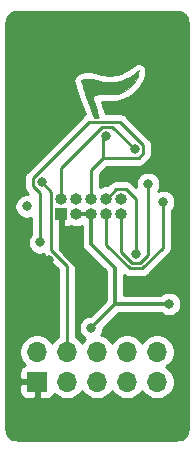
<source format=gbr>
%TF.GenerationSoftware,KiCad,Pcbnew,5.1.10*%
%TF.CreationDate,2021-08-07T23:12:06+02:00*%
%TF.ProjectId,debugconn-2side,64656275-6763-46f6-9e6e-2d3273696465,rev?*%
%TF.SameCoordinates,Original*%
%TF.FileFunction,Copper,L2,Bot*%
%TF.FilePolarity,Positive*%
%FSLAX46Y46*%
G04 Gerber Fmt 4.6, Leading zero omitted, Abs format (unit mm)*
G04 Created by KiCad (PCBNEW 5.1.10) date 2021-08-07 23:12:06*
%MOMM*%
%LPD*%
G01*
G04 APERTURE LIST*
%TA.AperFunction,EtchedComponent*%
%ADD10C,0.010000*%
%TD*%
%TA.AperFunction,ComponentPad*%
%ADD11O,1.000000X1.000000*%
%TD*%
%TA.AperFunction,ComponentPad*%
%ADD12R,1.000000X1.000000*%
%TD*%
%TA.AperFunction,ComponentPad*%
%ADD13R,1.700000X1.700000*%
%TD*%
%TA.AperFunction,ComponentPad*%
%ADD14O,1.700000X1.700000*%
%TD*%
%TA.AperFunction,ViaPad*%
%ADD15C,0.800000*%
%TD*%
%TA.AperFunction,Conductor*%
%ADD16C,0.250000*%
%TD*%
%TA.AperFunction,Conductor*%
%ADD17C,0.300000*%
%TD*%
%TA.AperFunction,Conductor*%
%ADD18C,0.254000*%
%TD*%
%TA.AperFunction,Conductor*%
%ADD19C,0.100000*%
%TD*%
G04 APERTURE END LIST*
D10*
%TO.C,G1*%
G36*
X163446608Y-58807316D02*
G01*
X163248426Y-58955447D01*
X163025094Y-59106009D01*
X162798260Y-59245088D01*
X162589573Y-59358768D01*
X162585729Y-59360689D01*
X162256180Y-59508138D01*
X161937889Y-59613181D01*
X161614117Y-59679690D01*
X161268123Y-59711532D01*
X161050111Y-59715638D01*
X160820853Y-59710776D01*
X160619647Y-59696146D01*
X160428774Y-59668886D01*
X160230519Y-59626133D01*
X160007165Y-59565024D01*
X159880172Y-59526577D01*
X159715095Y-59477231D01*
X159586427Y-59444120D01*
X159477537Y-59424167D01*
X159371798Y-59414294D01*
X159258000Y-59411444D01*
X159114648Y-59414305D01*
X159005275Y-59426707D01*
X158907733Y-59452222D01*
X158835053Y-59479623D01*
X158746635Y-59521539D01*
X158682654Y-59562552D01*
X158658284Y-59591224D01*
X158666231Y-59624812D01*
X158691868Y-59706613D01*
X158733526Y-59831816D01*
X158789535Y-59995615D01*
X158858224Y-60193199D01*
X158937925Y-60419762D01*
X159026966Y-60670494D01*
X159123677Y-60940588D01*
X159212106Y-61185778D01*
X159773748Y-62738000D01*
X159925096Y-62742390D01*
X160020535Y-62742457D01*
X160098123Y-62737805D01*
X160125833Y-62733265D01*
X160167739Y-62704766D01*
X160175222Y-62683698D01*
X160166502Y-62648928D01*
X160141793Y-62567468D01*
X160103276Y-62446065D01*
X160053129Y-62291471D01*
X159993531Y-62110434D01*
X159926661Y-61909704D01*
X159892316Y-61807435D01*
X159810646Y-61567023D01*
X159745429Y-61374668D01*
X159697182Y-61224280D01*
X159666424Y-61109765D01*
X159653670Y-61025034D01*
X159659440Y-60963995D01*
X159684251Y-60920556D01*
X159728621Y-60888627D01*
X159793067Y-60862115D01*
X159878107Y-60834930D01*
X159977667Y-60803191D01*
X160105105Y-60761968D01*
X160198723Y-60737360D01*
X160277794Y-60726823D01*
X160361593Y-60727815D01*
X160469392Y-60737792D01*
X160471556Y-60738025D01*
X160584929Y-60746932D01*
X160736666Y-60754155D01*
X160908698Y-60759056D01*
X161082952Y-60760996D01*
X161120667Y-60760959D01*
X161367381Y-60754619D01*
X161576042Y-60734989D01*
X161764235Y-60698301D01*
X161949543Y-60640785D01*
X162149550Y-60558673D01*
X162224175Y-60524412D01*
X162476130Y-60392919D01*
X162691684Y-60248347D01*
X162890869Y-60076373D01*
X162988333Y-59978005D01*
X163136736Y-59800199D01*
X163270794Y-59598590D01*
X163383586Y-59386715D01*
X163468188Y-59178113D01*
X163517678Y-58986323D01*
X163525218Y-58928000D01*
X163542993Y-58730444D01*
X163446608Y-58807316D01*
G37*
X163446608Y-58807316D02*
X163248426Y-58955447D01*
X163025094Y-59106009D01*
X162798260Y-59245088D01*
X162589573Y-59358768D01*
X162585729Y-59360689D01*
X162256180Y-59508138D01*
X161937889Y-59613181D01*
X161614117Y-59679690D01*
X161268123Y-59711532D01*
X161050111Y-59715638D01*
X160820853Y-59710776D01*
X160619647Y-59696146D01*
X160428774Y-59668886D01*
X160230519Y-59626133D01*
X160007165Y-59565024D01*
X159880172Y-59526577D01*
X159715095Y-59477231D01*
X159586427Y-59444120D01*
X159477537Y-59424167D01*
X159371798Y-59414294D01*
X159258000Y-59411444D01*
X159114648Y-59414305D01*
X159005275Y-59426707D01*
X158907733Y-59452222D01*
X158835053Y-59479623D01*
X158746635Y-59521539D01*
X158682654Y-59562552D01*
X158658284Y-59591224D01*
X158666231Y-59624812D01*
X158691868Y-59706613D01*
X158733526Y-59831816D01*
X158789535Y-59995615D01*
X158858224Y-60193199D01*
X158937925Y-60419762D01*
X159026966Y-60670494D01*
X159123677Y-60940588D01*
X159212106Y-61185778D01*
X159773748Y-62738000D01*
X159925096Y-62742390D01*
X160020535Y-62742457D01*
X160098123Y-62737805D01*
X160125833Y-62733265D01*
X160167739Y-62704766D01*
X160175222Y-62683698D01*
X160166502Y-62648928D01*
X160141793Y-62567468D01*
X160103276Y-62446065D01*
X160053129Y-62291471D01*
X159993531Y-62110434D01*
X159926661Y-61909704D01*
X159892316Y-61807435D01*
X159810646Y-61567023D01*
X159745429Y-61374668D01*
X159697182Y-61224280D01*
X159666424Y-61109765D01*
X159653670Y-61025034D01*
X159659440Y-60963995D01*
X159684251Y-60920556D01*
X159728621Y-60888627D01*
X159793067Y-60862115D01*
X159878107Y-60834930D01*
X159977667Y-60803191D01*
X160105105Y-60761968D01*
X160198723Y-60737360D01*
X160277794Y-60726823D01*
X160361593Y-60727815D01*
X160469392Y-60737792D01*
X160471556Y-60738025D01*
X160584929Y-60746932D01*
X160736666Y-60754155D01*
X160908698Y-60759056D01*
X161082952Y-60760996D01*
X161120667Y-60760959D01*
X161367381Y-60754619D01*
X161576042Y-60734989D01*
X161764235Y-60698301D01*
X161949543Y-60640785D01*
X162149550Y-60558673D01*
X162224175Y-60524412D01*
X162476130Y-60392919D01*
X162691684Y-60248347D01*
X162890869Y-60076373D01*
X162988333Y-59978005D01*
X163136736Y-59800199D01*
X163270794Y-59598590D01*
X163383586Y-59386715D01*
X163468188Y-59178113D01*
X163517678Y-58986323D01*
X163525218Y-58928000D01*
X163542993Y-58730444D01*
X163446608Y-58807316D01*
%TD*%
D11*
%TO.P,J2,10*%
%TO.N,/~RESET~*%
X162052000Y-69596000D03*
%TO.P,J2,9*%
%TO.N,/UNK2_GNDdetect*%
X162052000Y-70866000D03*
%TO.P,J2,8*%
%TO.N,/TDI*%
X160782000Y-69596000D03*
%TO.P,J2,7*%
%TO.N,/UNK1_KEY*%
X160782000Y-70866000D03*
%TO.P,J2,6*%
%TO.N,/SWO_TDO*%
X159512000Y-69596000D03*
%TO.P,J2,5*%
%TO.N,/GND*%
X159512000Y-70866000D03*
%TO.P,J2,4*%
%TO.N,/SWCLK_TCK*%
X158242000Y-69596000D03*
%TO.P,J2,3*%
%TO.N,/GND*%
X158242000Y-70866000D03*
%TO.P,J2,2*%
%TO.N,/SWDIO_TMS*%
X156972000Y-69596000D03*
D12*
%TO.P,J2,1*%
%TO.N,/VCC*%
X156972000Y-70866000D03*
%TD*%
D13*
%TO.P,J1,1*%
%TO.N,/VCC*%
X154940000Y-85090000D03*
D14*
%TO.P,J1,2*%
%TO.N,/SWDIO_TMS*%
X154940000Y-82550000D03*
%TO.P,J1,3*%
%TO.N,/GND*%
X157480000Y-85090000D03*
%TO.P,J1,4*%
%TO.N,/SWCLK_TCK*%
X157480000Y-82550000D03*
%TO.P,J1,5*%
%TO.N,/GND*%
X160020000Y-85090000D03*
%TO.P,J1,6*%
%TO.N,/SWO_TDO*%
X160020000Y-82550000D03*
%TO.P,J1,7*%
%TO.N,/UNK1_KEY*%
X162560000Y-85090000D03*
%TO.P,J1,8*%
%TO.N,/TDI*%
X162560000Y-82550000D03*
%TO.P,J1,9*%
%TO.N,/UNK2_GNDdetect*%
X165100000Y-85090000D03*
%TO.P,J1,10*%
%TO.N,/~RESET~*%
X165100000Y-82550000D03*
%TD*%
D15*
%TO.N,/UNK2_GNDdetect*%
X164338000Y-68326000D03*
%TO.N,/TDI*%
X163322000Y-74295000D03*
%TO.N,/UNK1_KEY*%
X165608000Y-69850000D03*
%TO.N,/SWO_TDO*%
X155194000Y-73279000D03*
X160782000Y-64262000D03*
%TO.N,/GND*%
X159512000Y-80518000D03*
X166116000Y-78486000D03*
%TO.N,/SWCLK_TCK*%
X155321000Y-68199000D03*
%TO.N,/SWDIO_TMS*%
X163195000Y-65405000D03*
X154051000Y-70231000D03*
%TO.N,/VCC*%
X160020000Y-75946000D03*
X155956000Y-74803000D03*
X153797000Y-62865000D03*
%TD*%
D16*
%TO.N,/UNK2_GNDdetect*%
X162052000Y-74098002D02*
X162052000Y-70866000D01*
X163670001Y-75020001D02*
X162973999Y-75020001D01*
X164338000Y-74352002D02*
X163670001Y-75020001D01*
X162973999Y-75020001D02*
X162052000Y-74098002D01*
X164338000Y-68326000D02*
X164338000Y-74352002D01*
%TO.N,/TDI*%
X163322000Y-69644998D02*
X163322000Y-74295000D01*
X162448001Y-68770999D02*
X163322000Y-69644998D01*
X161655999Y-68770999D02*
X162448001Y-68770999D01*
X160830998Y-69596000D02*
X161655999Y-68770999D01*
X160782000Y-69596000D02*
X160830998Y-69596000D01*
%TO.N,/UNK1_KEY*%
X160782000Y-73464412D02*
X160782000Y-72263000D01*
X162787598Y-75470010D02*
X160782000Y-73464412D01*
X163856401Y-75470011D02*
X162787598Y-75470010D01*
X165608000Y-73718412D02*
X163856401Y-75470011D01*
X165608000Y-69850000D02*
X165608000Y-73718412D01*
X160782000Y-72263000D02*
X160782000Y-70866000D01*
X160782000Y-72829412D02*
X160782000Y-72263000D01*
%TO.N,/SWO_TDO*%
X160564999Y-66130001D02*
X159512000Y-67183000D01*
X159512000Y-69596000D02*
X159512000Y-67183000D01*
X160564999Y-66130001D02*
X160564999Y-64479001D01*
X160564999Y-64479001D02*
X160782000Y-64262000D01*
X163543001Y-66130001D02*
X160564999Y-66130001D01*
X163920001Y-65753001D02*
X163543001Y-66130001D01*
X163920001Y-65056999D02*
X163920001Y-65753001D01*
X159360009Y-63086989D02*
X161949991Y-63086989D01*
X161949991Y-63086989D02*
X163920001Y-65056999D01*
X154595999Y-67850999D02*
X159360009Y-63086989D01*
X154595999Y-68547001D02*
X154595999Y-67850999D01*
X155194000Y-69145002D02*
X154595999Y-68547001D01*
X155194000Y-73279000D02*
X155194000Y-69145002D01*
D17*
%TO.N,/GND*%
X166116000Y-78486000D02*
X161544000Y-78486000D01*
X159512000Y-80518000D02*
X161544000Y-78486000D01*
X159512000Y-72266000D02*
X159512000Y-70866000D01*
X161544000Y-75423002D02*
X161544000Y-77216000D01*
X159512000Y-73391002D02*
X161544000Y-75423002D01*
X159512000Y-72266000D02*
X159512000Y-73391002D01*
X161544000Y-77216000D02*
X161544000Y-78486000D01*
X159512000Y-70866000D02*
X158242000Y-70866000D01*
D16*
%TO.N,/SWCLK_TCK*%
X157480000Y-75253998D02*
X156146999Y-73920997D01*
X157480000Y-82550000D02*
X157480000Y-75253998D01*
X156146999Y-69024999D02*
X155321000Y-68199000D01*
X156146999Y-73920997D02*
X156146999Y-69024999D01*
%TO.N,/SWDIO_TMS*%
X161326999Y-63536999D02*
X163195000Y-65405000D01*
X160433999Y-63536999D02*
X161326999Y-63536999D01*
X156972000Y-66998998D02*
X160433999Y-63536999D01*
X156972000Y-69596000D02*
X156972000Y-66998998D01*
D17*
%TO.N,/VCC*%
X156972000Y-72266000D02*
X156972000Y-70866000D01*
X158957000Y-75946000D02*
X160020000Y-75946000D01*
X156972000Y-73961000D02*
X158957000Y-75946000D01*
X156972000Y-72266000D02*
X156972000Y-73961000D01*
%TD*%
D18*
%TO.N,/VCC*%
X166798858Y-53791576D02*
X166808717Y-53792612D01*
X167035445Y-53814842D01*
X167186895Y-53860568D01*
X167326578Y-53934838D01*
X167449173Y-54034824D01*
X167550013Y-54156720D01*
X167625259Y-54295885D01*
X167672039Y-54447004D01*
X167695852Y-54673575D01*
X167700520Y-54696317D01*
X167706006Y-54750327D01*
X167717000Y-54786289D01*
X167717001Y-88978052D01*
X167696424Y-89074858D01*
X167695388Y-89084717D01*
X167673157Y-89311449D01*
X167627433Y-89462893D01*
X167553163Y-89602575D01*
X167453175Y-89725174D01*
X167331280Y-89826014D01*
X167192116Y-89901259D01*
X167040996Y-89948039D01*
X166814424Y-89971852D01*
X166791681Y-89976521D01*
X166737673Y-89982006D01*
X166701711Y-89993000D01*
X153337943Y-89993000D01*
X153241142Y-89972424D01*
X153231283Y-89971388D01*
X153004551Y-89949157D01*
X152853107Y-89903433D01*
X152713425Y-89829163D01*
X152590826Y-89729175D01*
X152489986Y-89607280D01*
X152414741Y-89468116D01*
X152367961Y-89316996D01*
X152344148Y-89090424D01*
X152339479Y-89067681D01*
X152333994Y-89013673D01*
X152323000Y-88977711D01*
X152323000Y-85940000D01*
X153451928Y-85940000D01*
X153464188Y-86064482D01*
X153500498Y-86184180D01*
X153559463Y-86294494D01*
X153638815Y-86391185D01*
X153735506Y-86470537D01*
X153845820Y-86529502D01*
X153965518Y-86565812D01*
X154090000Y-86578072D01*
X154654250Y-86575000D01*
X154813000Y-86416250D01*
X154813000Y-85217000D01*
X153613750Y-85217000D01*
X153455000Y-85375750D01*
X153451928Y-85940000D01*
X152323000Y-85940000D01*
X152323000Y-70129061D01*
X153016000Y-70129061D01*
X153016000Y-70332939D01*
X153055774Y-70532898D01*
X153133795Y-70721256D01*
X153247063Y-70890774D01*
X153391226Y-71034937D01*
X153560744Y-71148205D01*
X153749102Y-71226226D01*
X153949061Y-71266000D01*
X154152939Y-71266000D01*
X154352898Y-71226226D01*
X154434001Y-71192632D01*
X154434000Y-72575289D01*
X154390063Y-72619226D01*
X154276795Y-72788744D01*
X154198774Y-72977102D01*
X154159000Y-73177061D01*
X154159000Y-73380939D01*
X154198774Y-73580898D01*
X154276795Y-73769256D01*
X154390063Y-73938774D01*
X154534226Y-74082937D01*
X154703744Y-74196205D01*
X154892102Y-74274226D01*
X155092061Y-74314000D01*
X155295939Y-74314000D01*
X155476149Y-74278154D01*
X155512025Y-74345273D01*
X155548936Y-74390249D01*
X155606998Y-74460998D01*
X155636002Y-74484801D01*
X156720001Y-75568801D01*
X156720000Y-81271821D01*
X156533368Y-81396525D01*
X156326525Y-81603368D01*
X156210000Y-81777760D01*
X156093475Y-81603368D01*
X155886632Y-81396525D01*
X155643411Y-81234010D01*
X155373158Y-81122068D01*
X155086260Y-81065000D01*
X154793740Y-81065000D01*
X154506842Y-81122068D01*
X154236589Y-81234010D01*
X153993368Y-81396525D01*
X153786525Y-81603368D01*
X153624010Y-81846589D01*
X153512068Y-82116842D01*
X153455000Y-82403740D01*
X153455000Y-82696260D01*
X153512068Y-82983158D01*
X153624010Y-83253411D01*
X153786525Y-83496632D01*
X153918380Y-83628487D01*
X153845820Y-83650498D01*
X153735506Y-83709463D01*
X153638815Y-83788815D01*
X153559463Y-83885506D01*
X153500498Y-83995820D01*
X153464188Y-84115518D01*
X153451928Y-84240000D01*
X153455000Y-84804250D01*
X153613750Y-84963000D01*
X154813000Y-84963000D01*
X154813000Y-84943000D01*
X155067000Y-84943000D01*
X155067000Y-84963000D01*
X155087000Y-84963000D01*
X155087000Y-85217000D01*
X155067000Y-85217000D01*
X155067000Y-86416250D01*
X155225750Y-86575000D01*
X155790000Y-86578072D01*
X155914482Y-86565812D01*
X156034180Y-86529502D01*
X156144494Y-86470537D01*
X156241185Y-86391185D01*
X156320537Y-86294494D01*
X156379502Y-86184180D01*
X156401513Y-86111620D01*
X156533368Y-86243475D01*
X156776589Y-86405990D01*
X157046842Y-86517932D01*
X157333740Y-86575000D01*
X157626260Y-86575000D01*
X157913158Y-86517932D01*
X158183411Y-86405990D01*
X158426632Y-86243475D01*
X158633475Y-86036632D01*
X158750000Y-85862240D01*
X158866525Y-86036632D01*
X159073368Y-86243475D01*
X159316589Y-86405990D01*
X159586842Y-86517932D01*
X159873740Y-86575000D01*
X160166260Y-86575000D01*
X160453158Y-86517932D01*
X160723411Y-86405990D01*
X160966632Y-86243475D01*
X161173475Y-86036632D01*
X161290000Y-85862240D01*
X161406525Y-86036632D01*
X161613368Y-86243475D01*
X161856589Y-86405990D01*
X162126842Y-86517932D01*
X162413740Y-86575000D01*
X162706260Y-86575000D01*
X162993158Y-86517932D01*
X163263411Y-86405990D01*
X163506632Y-86243475D01*
X163713475Y-86036632D01*
X163830000Y-85862240D01*
X163946525Y-86036632D01*
X164153368Y-86243475D01*
X164396589Y-86405990D01*
X164666842Y-86517932D01*
X164953740Y-86575000D01*
X165246260Y-86575000D01*
X165533158Y-86517932D01*
X165803411Y-86405990D01*
X166046632Y-86243475D01*
X166253475Y-86036632D01*
X166415990Y-85793411D01*
X166527932Y-85523158D01*
X166585000Y-85236260D01*
X166585000Y-84943740D01*
X166527932Y-84656842D01*
X166415990Y-84386589D01*
X166253475Y-84143368D01*
X166046632Y-83936525D01*
X165872240Y-83820000D01*
X166046632Y-83703475D01*
X166253475Y-83496632D01*
X166415990Y-83253411D01*
X166527932Y-82983158D01*
X166585000Y-82696260D01*
X166585000Y-82403740D01*
X166527932Y-82116842D01*
X166415990Y-81846589D01*
X166253475Y-81603368D01*
X166046632Y-81396525D01*
X165803411Y-81234010D01*
X165533158Y-81122068D01*
X165246260Y-81065000D01*
X164953740Y-81065000D01*
X164666842Y-81122068D01*
X164396589Y-81234010D01*
X164153368Y-81396525D01*
X163946525Y-81603368D01*
X163830000Y-81777760D01*
X163713475Y-81603368D01*
X163506632Y-81396525D01*
X163263411Y-81234010D01*
X162993158Y-81122068D01*
X162706260Y-81065000D01*
X162413740Y-81065000D01*
X162126842Y-81122068D01*
X161856589Y-81234010D01*
X161613368Y-81396525D01*
X161406525Y-81603368D01*
X161290000Y-81777760D01*
X161173475Y-81603368D01*
X160966632Y-81396525D01*
X160723411Y-81234010D01*
X160453158Y-81122068D01*
X160364890Y-81104510D01*
X160429205Y-81008256D01*
X160507226Y-80819898D01*
X160547000Y-80619939D01*
X160547000Y-80593157D01*
X161869158Y-79271000D01*
X165437289Y-79271000D01*
X165456226Y-79289937D01*
X165625744Y-79403205D01*
X165814102Y-79481226D01*
X166014061Y-79521000D01*
X166217939Y-79521000D01*
X166417898Y-79481226D01*
X166606256Y-79403205D01*
X166775774Y-79289937D01*
X166919937Y-79145774D01*
X167033205Y-78976256D01*
X167111226Y-78787898D01*
X167151000Y-78587939D01*
X167151000Y-78384061D01*
X167111226Y-78184102D01*
X167033205Y-77995744D01*
X166919937Y-77826226D01*
X166775774Y-77682063D01*
X166606256Y-77568795D01*
X166417898Y-77490774D01*
X166217939Y-77451000D01*
X166014061Y-77451000D01*
X165814102Y-77490774D01*
X165625744Y-77568795D01*
X165456226Y-77682063D01*
X165437289Y-77701000D01*
X162329000Y-77701000D01*
X162329000Y-76076817D01*
X162363321Y-76104984D01*
X162495351Y-76175556D01*
X162638612Y-76219012D01*
X162787598Y-76233686D01*
X162824929Y-76230009D01*
X163819077Y-76230011D01*
X163856401Y-76233687D01*
X163893723Y-76230011D01*
X163893733Y-76230011D01*
X164005386Y-76219014D01*
X164148647Y-76175557D01*
X164193175Y-76151756D01*
X164280677Y-76104985D01*
X164367403Y-76033810D01*
X164367404Y-76033809D01*
X164396401Y-76010012D01*
X164420199Y-75981014D01*
X166119003Y-74282211D01*
X166148001Y-74258413D01*
X166185071Y-74213243D01*
X166242974Y-74142689D01*
X166313546Y-74010659D01*
X166324237Y-73975414D01*
X166357003Y-73867398D01*
X166368000Y-73755745D01*
X166368000Y-73755736D01*
X166371676Y-73718413D01*
X166368000Y-73681090D01*
X166368000Y-70553711D01*
X166411937Y-70509774D01*
X166525205Y-70340256D01*
X166603226Y-70151898D01*
X166643000Y-69951939D01*
X166643000Y-69748061D01*
X166603226Y-69548102D01*
X166525205Y-69359744D01*
X166411937Y-69190226D01*
X166267774Y-69046063D01*
X166098256Y-68932795D01*
X165909898Y-68854774D01*
X165709939Y-68815000D01*
X165506061Y-68815000D01*
X165306102Y-68854774D01*
X165200141Y-68898665D01*
X165255205Y-68816256D01*
X165333226Y-68627898D01*
X165373000Y-68427939D01*
X165373000Y-68224061D01*
X165333226Y-68024102D01*
X165255205Y-67835744D01*
X165141937Y-67666226D01*
X164997774Y-67522063D01*
X164828256Y-67408795D01*
X164639898Y-67330774D01*
X164439939Y-67291000D01*
X164236061Y-67291000D01*
X164036102Y-67330774D01*
X163847744Y-67408795D01*
X163678226Y-67522063D01*
X163534063Y-67666226D01*
X163420795Y-67835744D01*
X163342774Y-68024102D01*
X163303000Y-68224061D01*
X163303000Y-68427939D01*
X163333605Y-68581802D01*
X163011804Y-68260001D01*
X162988002Y-68230998D01*
X162872277Y-68136025D01*
X162740248Y-68065453D01*
X162596987Y-68021996D01*
X162485334Y-68010999D01*
X162485323Y-68010999D01*
X162448001Y-68007323D01*
X162410679Y-68010999D01*
X161693332Y-68010999D01*
X161655999Y-68007322D01*
X161618666Y-68010999D01*
X161507013Y-68021996D01*
X161363752Y-68065453D01*
X161231723Y-68136025D01*
X161115998Y-68230998D01*
X161092200Y-68259997D01*
X160891196Y-68461000D01*
X160670212Y-68461000D01*
X160450933Y-68504617D01*
X160272000Y-68578734D01*
X160272000Y-67497801D01*
X160879802Y-66890001D01*
X163505679Y-66890001D01*
X163543001Y-66893677D01*
X163580323Y-66890001D01*
X163580334Y-66890001D01*
X163691987Y-66879004D01*
X163835248Y-66835547D01*
X163967277Y-66764975D01*
X164083002Y-66670002D01*
X164106805Y-66640998D01*
X164430998Y-66316805D01*
X164460002Y-66293002D01*
X164554975Y-66177277D01*
X164625547Y-66045248D01*
X164669004Y-65901987D01*
X164680001Y-65790334D01*
X164683678Y-65753001D01*
X164680001Y-65715668D01*
X164680001Y-65094322D01*
X164683677Y-65056999D01*
X164680001Y-65019676D01*
X164680001Y-65019666D01*
X164669004Y-64908013D01*
X164625547Y-64764752D01*
X164554975Y-64632723D01*
X164460002Y-64516998D01*
X164431005Y-64493201D01*
X162513795Y-62575992D01*
X162489992Y-62546988D01*
X162374267Y-62452015D01*
X162242238Y-62381443D01*
X162098977Y-62337986D01*
X161987324Y-62326989D01*
X161987313Y-62326989D01*
X161949991Y-62323313D01*
X161912669Y-62326989D01*
X160736936Y-62326989D01*
X160713310Y-62252522D01*
X160713247Y-62252376D01*
X160712049Y-62248592D01*
X160661902Y-62093998D01*
X160661847Y-62093873D01*
X160661035Y-62091347D01*
X160601437Y-61910309D01*
X160601390Y-61910202D01*
X160600724Y-61908157D01*
X160533855Y-61707427D01*
X160533817Y-61707342D01*
X160533362Y-61705955D01*
X160499017Y-61603686D01*
X160498971Y-61603582D01*
X160498304Y-61601575D01*
X160421701Y-61376080D01*
X160534802Y-61384966D01*
X160540222Y-61384861D01*
X160545575Y-61385721D01*
X160554498Y-61386208D01*
X160706235Y-61393431D01*
X160707877Y-61393349D01*
X160709510Y-61393579D01*
X160718441Y-61393895D01*
X160890473Y-61398796D01*
X160891553Y-61398721D01*
X160892638Y-61398855D01*
X160901573Y-61399016D01*
X161075827Y-61400956D01*
X161075901Y-61400950D01*
X161083580Y-61400996D01*
X161121295Y-61400959D01*
X161124734Y-61400618D01*
X161128174Y-61400915D01*
X161137108Y-61400748D01*
X161383822Y-61394408D01*
X161401055Y-61392270D01*
X161418422Y-61392581D01*
X161427325Y-61391806D01*
X161635986Y-61372176D01*
X161662653Y-61367005D01*
X161689721Y-61364812D01*
X161698504Y-61363163D01*
X161886697Y-61326475D01*
X161915676Y-61317819D01*
X161945398Y-61312126D01*
X161953950Y-61309536D01*
X162139259Y-61252020D01*
X162161307Y-61242732D01*
X162184316Y-61236169D01*
X162192606Y-61232833D01*
X162392612Y-61150721D01*
X162400234Y-61146682D01*
X162408435Y-61143976D01*
X162416582Y-61140304D01*
X162491207Y-61106043D01*
X162501369Y-61100114D01*
X162512334Y-61095870D01*
X162520285Y-61091791D01*
X162772240Y-60960298D01*
X162797927Y-60943515D01*
X162825165Y-60929366D01*
X162832621Y-60924440D01*
X163048175Y-60779868D01*
X163074741Y-60758007D01*
X163103128Y-60738566D01*
X163109932Y-60732773D01*
X163309117Y-60560799D01*
X163323227Y-60545978D01*
X163339168Y-60533132D01*
X163345502Y-60526827D01*
X163442966Y-60428459D01*
X163457391Y-60410732D01*
X163473907Y-60394921D01*
X163479680Y-60388100D01*
X163628083Y-60210294D01*
X163645157Y-60185217D01*
X163664673Y-60161977D01*
X163669672Y-60154570D01*
X163803730Y-59952961D01*
X163816320Y-59929303D01*
X163831476Y-59907193D01*
X163835730Y-59899335D01*
X163948522Y-59687460D01*
X163959512Y-59660833D01*
X163973250Y-59635506D01*
X163976666Y-59627248D01*
X164061268Y-59418646D01*
X164072051Y-59382186D01*
X164085596Y-59346659D01*
X164087889Y-59338022D01*
X164137379Y-59146233D01*
X164142808Y-59111442D01*
X164151189Y-59077234D01*
X164152396Y-59068379D01*
X164159936Y-59010057D01*
X164160182Y-59002075D01*
X164161781Y-58994246D01*
X164162643Y-58985352D01*
X164180418Y-58787796D01*
X164179984Y-58733583D01*
X164180954Y-58679404D01*
X164179485Y-58671216D01*
X164179418Y-58662894D01*
X164168464Y-58609808D01*
X164158891Y-58556462D01*
X164155858Y-58548713D01*
X164154177Y-58540565D01*
X164133123Y-58490623D01*
X164113368Y-58440147D01*
X164108888Y-58433135D01*
X164105656Y-58425468D01*
X164075303Y-58380568D01*
X164046120Y-58334890D01*
X164040362Y-58328881D01*
X164035703Y-58321988D01*
X163997224Y-58283855D01*
X163959708Y-58244698D01*
X163952889Y-58239918D01*
X163946983Y-58234066D01*
X163901837Y-58204137D01*
X163857423Y-58173009D01*
X163849807Y-58169646D01*
X163842876Y-58165051D01*
X163792772Y-58144459D01*
X163743162Y-58122552D01*
X163735038Y-58120732D01*
X163727346Y-58117571D01*
X163674198Y-58107104D01*
X163621276Y-58095249D01*
X163612953Y-58095042D01*
X163604794Y-58093435D01*
X163550626Y-58093491D01*
X163496408Y-58092141D01*
X163488203Y-58093554D01*
X163479888Y-58093563D01*
X163426751Y-58104141D01*
X163373315Y-58113346D01*
X163365545Y-58116325D01*
X163357385Y-58117949D01*
X163307289Y-58138658D01*
X163256685Y-58158057D01*
X163249643Y-58162487D01*
X163241953Y-58165666D01*
X163196846Y-58195701D01*
X163150961Y-58224567D01*
X163143936Y-58230091D01*
X163055401Y-58300702D01*
X162877738Y-58433495D01*
X162678787Y-58567621D01*
X162477716Y-58690904D01*
X162303305Y-58785913D01*
X162024598Y-58910613D01*
X161772659Y-58993759D01*
X161520114Y-59045636D01*
X161232728Y-59072085D01*
X161050855Y-59075510D01*
X160850870Y-59071269D01*
X160688173Y-59059439D01*
X160541620Y-59038509D01*
X160382526Y-59004200D01*
X160184397Y-58949993D01*
X160065619Y-58914034D01*
X160065506Y-58914012D01*
X160063471Y-58913388D01*
X159898394Y-58864041D01*
X159890626Y-58862525D01*
X159883233Y-58859712D01*
X159874594Y-58857425D01*
X159745926Y-58824314D01*
X159727967Y-58821524D01*
X159710558Y-58816273D01*
X159701780Y-58814601D01*
X159592890Y-58794648D01*
X159569202Y-58792666D01*
X159545928Y-58787831D01*
X159537036Y-58786939D01*
X159431297Y-58777066D01*
X159413949Y-58777146D01*
X159396753Y-58774780D01*
X159387822Y-58774495D01*
X159274023Y-58771645D01*
X159264091Y-58772368D01*
X159254165Y-58771455D01*
X159245230Y-58771571D01*
X159101878Y-58774432D01*
X159076738Y-58777405D01*
X159051426Y-58777435D01*
X159042539Y-58778380D01*
X158933166Y-58790782D01*
X158892813Y-58799411D01*
X158851974Y-58805338D01*
X158843313Y-58807539D01*
X158745771Y-58833054D01*
X158718509Y-58843117D01*
X158690343Y-58850273D01*
X158681960Y-58853368D01*
X158609280Y-58880769D01*
X158589676Y-58890439D01*
X158568998Y-58897545D01*
X158560897Y-58901316D01*
X158472479Y-58943232D01*
X158441359Y-58961904D01*
X158408808Y-58977964D01*
X158401252Y-58982734D01*
X158337270Y-59023748D01*
X158315424Y-59040977D01*
X158291835Y-59055738D01*
X158266497Y-59079563D01*
X158239194Y-59101095D01*
X158221112Y-59122237D01*
X158200838Y-59141300D01*
X158195003Y-59148068D01*
X158170633Y-59176741D01*
X158144934Y-59213767D01*
X158117247Y-59249347D01*
X158109387Y-59264982D01*
X158099413Y-59279353D01*
X158081397Y-59320663D01*
X158061147Y-59360946D01*
X158056473Y-59377812D01*
X158049481Y-59393845D01*
X158039833Y-59437862D01*
X158027791Y-59481316D01*
X158026483Y-59498766D01*
X158022737Y-59515854D01*
X158021822Y-59560925D01*
X158018452Y-59605873D01*
X158020557Y-59623240D01*
X158020202Y-59640735D01*
X158028057Y-59685117D01*
X158033482Y-59729871D01*
X158035479Y-59738581D01*
X158043426Y-59772169D01*
X158049393Y-59789586D01*
X158052908Y-59807667D01*
X158055522Y-59816213D01*
X158081159Y-59898013D01*
X158081600Y-59899051D01*
X158081837Y-59900167D01*
X158084600Y-59908666D01*
X158126258Y-60033868D01*
X158126318Y-60034002D01*
X158127950Y-60038885D01*
X158183959Y-60202684D01*
X158184018Y-60202814D01*
X158185023Y-60205770D01*
X158253712Y-60403354D01*
X158253761Y-60403461D01*
X158254491Y-60405582D01*
X158334192Y-60632145D01*
X158334237Y-60632242D01*
X158334826Y-60633937D01*
X158423867Y-60884669D01*
X158423903Y-60884745D01*
X158424427Y-60886242D01*
X158521138Y-61156335D01*
X158521172Y-61156406D01*
X158521635Y-61157718D01*
X158610064Y-61402908D01*
X158610081Y-61402944D01*
X158610290Y-61403534D01*
X158980923Y-62427860D01*
X158935733Y-62452015D01*
X158820008Y-62546988D01*
X158796210Y-62575986D01*
X154084997Y-67287200D01*
X154055999Y-67310998D01*
X154032201Y-67339996D01*
X154032200Y-67339997D01*
X153961025Y-67426723D01*
X153890453Y-67558753D01*
X153888854Y-67564026D01*
X153846996Y-67702013D01*
X153835999Y-67813666D01*
X153835999Y-67813677D01*
X153832323Y-67850999D01*
X153835999Y-67888321D01*
X153835999Y-68509679D01*
X153832323Y-68547001D01*
X153835999Y-68584323D01*
X153835999Y-68584333D01*
X153846996Y-68695986D01*
X153854501Y-68720726D01*
X153890453Y-68839247D01*
X153961025Y-68971277D01*
X153981328Y-68996016D01*
X154055998Y-69087002D01*
X154085001Y-69110804D01*
X154174482Y-69200285D01*
X154152939Y-69196000D01*
X153949061Y-69196000D01*
X153749102Y-69235774D01*
X153560744Y-69313795D01*
X153391226Y-69427063D01*
X153247063Y-69571226D01*
X153133795Y-69740744D01*
X153055774Y-69929102D01*
X153016000Y-70129061D01*
X152323000Y-70129061D01*
X152323000Y-54785944D01*
X152343576Y-54689142D01*
X152344612Y-54679283D01*
X152366842Y-54452555D01*
X152412568Y-54301105D01*
X152486838Y-54161422D01*
X152586824Y-54038827D01*
X152708720Y-53937987D01*
X152847885Y-53862741D01*
X152999004Y-53815961D01*
X153225575Y-53792148D01*
X153248317Y-53787480D01*
X153302327Y-53781994D01*
X153338289Y-53771000D01*
X166702056Y-53771000D01*
X166798858Y-53791576D01*
%TA.AperFunction,Conductor*%
D19*
G36*
X166798858Y-53791576D02*
G01*
X166808717Y-53792612D01*
X167035445Y-53814842D01*
X167186895Y-53860568D01*
X167326578Y-53934838D01*
X167449173Y-54034824D01*
X167550013Y-54156720D01*
X167625259Y-54295885D01*
X167672039Y-54447004D01*
X167695852Y-54673575D01*
X167700520Y-54696317D01*
X167706006Y-54750327D01*
X167717000Y-54786289D01*
X167717001Y-88978052D01*
X167696424Y-89074858D01*
X167695388Y-89084717D01*
X167673157Y-89311449D01*
X167627433Y-89462893D01*
X167553163Y-89602575D01*
X167453175Y-89725174D01*
X167331280Y-89826014D01*
X167192116Y-89901259D01*
X167040996Y-89948039D01*
X166814424Y-89971852D01*
X166791681Y-89976521D01*
X166737673Y-89982006D01*
X166701711Y-89993000D01*
X153337943Y-89993000D01*
X153241142Y-89972424D01*
X153231283Y-89971388D01*
X153004551Y-89949157D01*
X152853107Y-89903433D01*
X152713425Y-89829163D01*
X152590826Y-89729175D01*
X152489986Y-89607280D01*
X152414741Y-89468116D01*
X152367961Y-89316996D01*
X152344148Y-89090424D01*
X152339479Y-89067681D01*
X152333994Y-89013673D01*
X152323000Y-88977711D01*
X152323000Y-85940000D01*
X153451928Y-85940000D01*
X153464188Y-86064482D01*
X153500498Y-86184180D01*
X153559463Y-86294494D01*
X153638815Y-86391185D01*
X153735506Y-86470537D01*
X153845820Y-86529502D01*
X153965518Y-86565812D01*
X154090000Y-86578072D01*
X154654250Y-86575000D01*
X154813000Y-86416250D01*
X154813000Y-85217000D01*
X153613750Y-85217000D01*
X153455000Y-85375750D01*
X153451928Y-85940000D01*
X152323000Y-85940000D01*
X152323000Y-70129061D01*
X153016000Y-70129061D01*
X153016000Y-70332939D01*
X153055774Y-70532898D01*
X153133795Y-70721256D01*
X153247063Y-70890774D01*
X153391226Y-71034937D01*
X153560744Y-71148205D01*
X153749102Y-71226226D01*
X153949061Y-71266000D01*
X154152939Y-71266000D01*
X154352898Y-71226226D01*
X154434001Y-71192632D01*
X154434000Y-72575289D01*
X154390063Y-72619226D01*
X154276795Y-72788744D01*
X154198774Y-72977102D01*
X154159000Y-73177061D01*
X154159000Y-73380939D01*
X154198774Y-73580898D01*
X154276795Y-73769256D01*
X154390063Y-73938774D01*
X154534226Y-74082937D01*
X154703744Y-74196205D01*
X154892102Y-74274226D01*
X155092061Y-74314000D01*
X155295939Y-74314000D01*
X155476149Y-74278154D01*
X155512025Y-74345273D01*
X155548936Y-74390249D01*
X155606998Y-74460998D01*
X155636002Y-74484801D01*
X156720001Y-75568801D01*
X156720000Y-81271821D01*
X156533368Y-81396525D01*
X156326525Y-81603368D01*
X156210000Y-81777760D01*
X156093475Y-81603368D01*
X155886632Y-81396525D01*
X155643411Y-81234010D01*
X155373158Y-81122068D01*
X155086260Y-81065000D01*
X154793740Y-81065000D01*
X154506842Y-81122068D01*
X154236589Y-81234010D01*
X153993368Y-81396525D01*
X153786525Y-81603368D01*
X153624010Y-81846589D01*
X153512068Y-82116842D01*
X153455000Y-82403740D01*
X153455000Y-82696260D01*
X153512068Y-82983158D01*
X153624010Y-83253411D01*
X153786525Y-83496632D01*
X153918380Y-83628487D01*
X153845820Y-83650498D01*
X153735506Y-83709463D01*
X153638815Y-83788815D01*
X153559463Y-83885506D01*
X153500498Y-83995820D01*
X153464188Y-84115518D01*
X153451928Y-84240000D01*
X153455000Y-84804250D01*
X153613750Y-84963000D01*
X154813000Y-84963000D01*
X154813000Y-84943000D01*
X155067000Y-84943000D01*
X155067000Y-84963000D01*
X155087000Y-84963000D01*
X155087000Y-85217000D01*
X155067000Y-85217000D01*
X155067000Y-86416250D01*
X155225750Y-86575000D01*
X155790000Y-86578072D01*
X155914482Y-86565812D01*
X156034180Y-86529502D01*
X156144494Y-86470537D01*
X156241185Y-86391185D01*
X156320537Y-86294494D01*
X156379502Y-86184180D01*
X156401513Y-86111620D01*
X156533368Y-86243475D01*
X156776589Y-86405990D01*
X157046842Y-86517932D01*
X157333740Y-86575000D01*
X157626260Y-86575000D01*
X157913158Y-86517932D01*
X158183411Y-86405990D01*
X158426632Y-86243475D01*
X158633475Y-86036632D01*
X158750000Y-85862240D01*
X158866525Y-86036632D01*
X159073368Y-86243475D01*
X159316589Y-86405990D01*
X159586842Y-86517932D01*
X159873740Y-86575000D01*
X160166260Y-86575000D01*
X160453158Y-86517932D01*
X160723411Y-86405990D01*
X160966632Y-86243475D01*
X161173475Y-86036632D01*
X161290000Y-85862240D01*
X161406525Y-86036632D01*
X161613368Y-86243475D01*
X161856589Y-86405990D01*
X162126842Y-86517932D01*
X162413740Y-86575000D01*
X162706260Y-86575000D01*
X162993158Y-86517932D01*
X163263411Y-86405990D01*
X163506632Y-86243475D01*
X163713475Y-86036632D01*
X163830000Y-85862240D01*
X163946525Y-86036632D01*
X164153368Y-86243475D01*
X164396589Y-86405990D01*
X164666842Y-86517932D01*
X164953740Y-86575000D01*
X165246260Y-86575000D01*
X165533158Y-86517932D01*
X165803411Y-86405990D01*
X166046632Y-86243475D01*
X166253475Y-86036632D01*
X166415990Y-85793411D01*
X166527932Y-85523158D01*
X166585000Y-85236260D01*
X166585000Y-84943740D01*
X166527932Y-84656842D01*
X166415990Y-84386589D01*
X166253475Y-84143368D01*
X166046632Y-83936525D01*
X165872240Y-83820000D01*
X166046632Y-83703475D01*
X166253475Y-83496632D01*
X166415990Y-83253411D01*
X166527932Y-82983158D01*
X166585000Y-82696260D01*
X166585000Y-82403740D01*
X166527932Y-82116842D01*
X166415990Y-81846589D01*
X166253475Y-81603368D01*
X166046632Y-81396525D01*
X165803411Y-81234010D01*
X165533158Y-81122068D01*
X165246260Y-81065000D01*
X164953740Y-81065000D01*
X164666842Y-81122068D01*
X164396589Y-81234010D01*
X164153368Y-81396525D01*
X163946525Y-81603368D01*
X163830000Y-81777760D01*
X163713475Y-81603368D01*
X163506632Y-81396525D01*
X163263411Y-81234010D01*
X162993158Y-81122068D01*
X162706260Y-81065000D01*
X162413740Y-81065000D01*
X162126842Y-81122068D01*
X161856589Y-81234010D01*
X161613368Y-81396525D01*
X161406525Y-81603368D01*
X161290000Y-81777760D01*
X161173475Y-81603368D01*
X160966632Y-81396525D01*
X160723411Y-81234010D01*
X160453158Y-81122068D01*
X160364890Y-81104510D01*
X160429205Y-81008256D01*
X160507226Y-80819898D01*
X160547000Y-80619939D01*
X160547000Y-80593157D01*
X161869158Y-79271000D01*
X165437289Y-79271000D01*
X165456226Y-79289937D01*
X165625744Y-79403205D01*
X165814102Y-79481226D01*
X166014061Y-79521000D01*
X166217939Y-79521000D01*
X166417898Y-79481226D01*
X166606256Y-79403205D01*
X166775774Y-79289937D01*
X166919937Y-79145774D01*
X167033205Y-78976256D01*
X167111226Y-78787898D01*
X167151000Y-78587939D01*
X167151000Y-78384061D01*
X167111226Y-78184102D01*
X167033205Y-77995744D01*
X166919937Y-77826226D01*
X166775774Y-77682063D01*
X166606256Y-77568795D01*
X166417898Y-77490774D01*
X166217939Y-77451000D01*
X166014061Y-77451000D01*
X165814102Y-77490774D01*
X165625744Y-77568795D01*
X165456226Y-77682063D01*
X165437289Y-77701000D01*
X162329000Y-77701000D01*
X162329000Y-76076817D01*
X162363321Y-76104984D01*
X162495351Y-76175556D01*
X162638612Y-76219012D01*
X162787598Y-76233686D01*
X162824929Y-76230009D01*
X163819077Y-76230011D01*
X163856401Y-76233687D01*
X163893723Y-76230011D01*
X163893733Y-76230011D01*
X164005386Y-76219014D01*
X164148647Y-76175557D01*
X164193175Y-76151756D01*
X164280677Y-76104985D01*
X164367403Y-76033810D01*
X164367404Y-76033809D01*
X164396401Y-76010012D01*
X164420199Y-75981014D01*
X166119003Y-74282211D01*
X166148001Y-74258413D01*
X166185071Y-74213243D01*
X166242974Y-74142689D01*
X166313546Y-74010659D01*
X166324237Y-73975414D01*
X166357003Y-73867398D01*
X166368000Y-73755745D01*
X166368000Y-73755736D01*
X166371676Y-73718413D01*
X166368000Y-73681090D01*
X166368000Y-70553711D01*
X166411937Y-70509774D01*
X166525205Y-70340256D01*
X166603226Y-70151898D01*
X166643000Y-69951939D01*
X166643000Y-69748061D01*
X166603226Y-69548102D01*
X166525205Y-69359744D01*
X166411937Y-69190226D01*
X166267774Y-69046063D01*
X166098256Y-68932795D01*
X165909898Y-68854774D01*
X165709939Y-68815000D01*
X165506061Y-68815000D01*
X165306102Y-68854774D01*
X165200141Y-68898665D01*
X165255205Y-68816256D01*
X165333226Y-68627898D01*
X165373000Y-68427939D01*
X165373000Y-68224061D01*
X165333226Y-68024102D01*
X165255205Y-67835744D01*
X165141937Y-67666226D01*
X164997774Y-67522063D01*
X164828256Y-67408795D01*
X164639898Y-67330774D01*
X164439939Y-67291000D01*
X164236061Y-67291000D01*
X164036102Y-67330774D01*
X163847744Y-67408795D01*
X163678226Y-67522063D01*
X163534063Y-67666226D01*
X163420795Y-67835744D01*
X163342774Y-68024102D01*
X163303000Y-68224061D01*
X163303000Y-68427939D01*
X163333605Y-68581802D01*
X163011804Y-68260001D01*
X162988002Y-68230998D01*
X162872277Y-68136025D01*
X162740248Y-68065453D01*
X162596987Y-68021996D01*
X162485334Y-68010999D01*
X162485323Y-68010999D01*
X162448001Y-68007323D01*
X162410679Y-68010999D01*
X161693332Y-68010999D01*
X161655999Y-68007322D01*
X161618666Y-68010999D01*
X161507013Y-68021996D01*
X161363752Y-68065453D01*
X161231723Y-68136025D01*
X161115998Y-68230998D01*
X161092200Y-68259997D01*
X160891196Y-68461000D01*
X160670212Y-68461000D01*
X160450933Y-68504617D01*
X160272000Y-68578734D01*
X160272000Y-67497801D01*
X160879802Y-66890001D01*
X163505679Y-66890001D01*
X163543001Y-66893677D01*
X163580323Y-66890001D01*
X163580334Y-66890001D01*
X163691987Y-66879004D01*
X163835248Y-66835547D01*
X163967277Y-66764975D01*
X164083002Y-66670002D01*
X164106805Y-66640998D01*
X164430998Y-66316805D01*
X164460002Y-66293002D01*
X164554975Y-66177277D01*
X164625547Y-66045248D01*
X164669004Y-65901987D01*
X164680001Y-65790334D01*
X164683678Y-65753001D01*
X164680001Y-65715668D01*
X164680001Y-65094322D01*
X164683677Y-65056999D01*
X164680001Y-65019676D01*
X164680001Y-65019666D01*
X164669004Y-64908013D01*
X164625547Y-64764752D01*
X164554975Y-64632723D01*
X164460002Y-64516998D01*
X164431005Y-64493201D01*
X162513795Y-62575992D01*
X162489992Y-62546988D01*
X162374267Y-62452015D01*
X162242238Y-62381443D01*
X162098977Y-62337986D01*
X161987324Y-62326989D01*
X161987313Y-62326989D01*
X161949991Y-62323313D01*
X161912669Y-62326989D01*
X160736936Y-62326989D01*
X160713310Y-62252522D01*
X160713247Y-62252376D01*
X160712049Y-62248592D01*
X160661902Y-62093998D01*
X160661847Y-62093873D01*
X160661035Y-62091347D01*
X160601437Y-61910309D01*
X160601390Y-61910202D01*
X160600724Y-61908157D01*
X160533855Y-61707427D01*
X160533817Y-61707342D01*
X160533362Y-61705955D01*
X160499017Y-61603686D01*
X160498971Y-61603582D01*
X160498304Y-61601575D01*
X160421701Y-61376080D01*
X160534802Y-61384966D01*
X160540222Y-61384861D01*
X160545575Y-61385721D01*
X160554498Y-61386208D01*
X160706235Y-61393431D01*
X160707877Y-61393349D01*
X160709510Y-61393579D01*
X160718441Y-61393895D01*
X160890473Y-61398796D01*
X160891553Y-61398721D01*
X160892638Y-61398855D01*
X160901573Y-61399016D01*
X161075827Y-61400956D01*
X161075901Y-61400950D01*
X161083580Y-61400996D01*
X161121295Y-61400959D01*
X161124734Y-61400618D01*
X161128174Y-61400915D01*
X161137108Y-61400748D01*
X161383822Y-61394408D01*
X161401055Y-61392270D01*
X161418422Y-61392581D01*
X161427325Y-61391806D01*
X161635986Y-61372176D01*
X161662653Y-61367005D01*
X161689721Y-61364812D01*
X161698504Y-61363163D01*
X161886697Y-61326475D01*
X161915676Y-61317819D01*
X161945398Y-61312126D01*
X161953950Y-61309536D01*
X162139259Y-61252020D01*
X162161307Y-61242732D01*
X162184316Y-61236169D01*
X162192606Y-61232833D01*
X162392612Y-61150721D01*
X162400234Y-61146682D01*
X162408435Y-61143976D01*
X162416582Y-61140304D01*
X162491207Y-61106043D01*
X162501369Y-61100114D01*
X162512334Y-61095870D01*
X162520285Y-61091791D01*
X162772240Y-60960298D01*
X162797927Y-60943515D01*
X162825165Y-60929366D01*
X162832621Y-60924440D01*
X163048175Y-60779868D01*
X163074741Y-60758007D01*
X163103128Y-60738566D01*
X163109932Y-60732773D01*
X163309117Y-60560799D01*
X163323227Y-60545978D01*
X163339168Y-60533132D01*
X163345502Y-60526827D01*
X163442966Y-60428459D01*
X163457391Y-60410732D01*
X163473907Y-60394921D01*
X163479680Y-60388100D01*
X163628083Y-60210294D01*
X163645157Y-60185217D01*
X163664673Y-60161977D01*
X163669672Y-60154570D01*
X163803730Y-59952961D01*
X163816320Y-59929303D01*
X163831476Y-59907193D01*
X163835730Y-59899335D01*
X163948522Y-59687460D01*
X163959512Y-59660833D01*
X163973250Y-59635506D01*
X163976666Y-59627248D01*
X164061268Y-59418646D01*
X164072051Y-59382186D01*
X164085596Y-59346659D01*
X164087889Y-59338022D01*
X164137379Y-59146233D01*
X164142808Y-59111442D01*
X164151189Y-59077234D01*
X164152396Y-59068379D01*
X164159936Y-59010057D01*
X164160182Y-59002075D01*
X164161781Y-58994246D01*
X164162643Y-58985352D01*
X164180418Y-58787796D01*
X164179984Y-58733583D01*
X164180954Y-58679404D01*
X164179485Y-58671216D01*
X164179418Y-58662894D01*
X164168464Y-58609808D01*
X164158891Y-58556462D01*
X164155858Y-58548713D01*
X164154177Y-58540565D01*
X164133123Y-58490623D01*
X164113368Y-58440147D01*
X164108888Y-58433135D01*
X164105656Y-58425468D01*
X164075303Y-58380568D01*
X164046120Y-58334890D01*
X164040362Y-58328881D01*
X164035703Y-58321988D01*
X163997224Y-58283855D01*
X163959708Y-58244698D01*
X163952889Y-58239918D01*
X163946983Y-58234066D01*
X163901837Y-58204137D01*
X163857423Y-58173009D01*
X163849807Y-58169646D01*
X163842876Y-58165051D01*
X163792772Y-58144459D01*
X163743162Y-58122552D01*
X163735038Y-58120732D01*
X163727346Y-58117571D01*
X163674198Y-58107104D01*
X163621276Y-58095249D01*
X163612953Y-58095042D01*
X163604794Y-58093435D01*
X163550626Y-58093491D01*
X163496408Y-58092141D01*
X163488203Y-58093554D01*
X163479888Y-58093563D01*
X163426751Y-58104141D01*
X163373315Y-58113346D01*
X163365545Y-58116325D01*
X163357385Y-58117949D01*
X163307289Y-58138658D01*
X163256685Y-58158057D01*
X163249643Y-58162487D01*
X163241953Y-58165666D01*
X163196846Y-58195701D01*
X163150961Y-58224567D01*
X163143936Y-58230091D01*
X163055401Y-58300702D01*
X162877738Y-58433495D01*
X162678787Y-58567621D01*
X162477716Y-58690904D01*
X162303305Y-58785913D01*
X162024598Y-58910613D01*
X161772659Y-58993759D01*
X161520114Y-59045636D01*
X161232728Y-59072085D01*
X161050855Y-59075510D01*
X160850870Y-59071269D01*
X160688173Y-59059439D01*
X160541620Y-59038509D01*
X160382526Y-59004200D01*
X160184397Y-58949993D01*
X160065619Y-58914034D01*
X160065506Y-58914012D01*
X160063471Y-58913388D01*
X159898394Y-58864041D01*
X159890626Y-58862525D01*
X159883233Y-58859712D01*
X159874594Y-58857425D01*
X159745926Y-58824314D01*
X159727967Y-58821524D01*
X159710558Y-58816273D01*
X159701780Y-58814601D01*
X159592890Y-58794648D01*
X159569202Y-58792666D01*
X159545928Y-58787831D01*
X159537036Y-58786939D01*
X159431297Y-58777066D01*
X159413949Y-58777146D01*
X159396753Y-58774780D01*
X159387822Y-58774495D01*
X159274023Y-58771645D01*
X159264091Y-58772368D01*
X159254165Y-58771455D01*
X159245230Y-58771571D01*
X159101878Y-58774432D01*
X159076738Y-58777405D01*
X159051426Y-58777435D01*
X159042539Y-58778380D01*
X158933166Y-58790782D01*
X158892813Y-58799411D01*
X158851974Y-58805338D01*
X158843313Y-58807539D01*
X158745771Y-58833054D01*
X158718509Y-58843117D01*
X158690343Y-58850273D01*
X158681960Y-58853368D01*
X158609280Y-58880769D01*
X158589676Y-58890439D01*
X158568998Y-58897545D01*
X158560897Y-58901316D01*
X158472479Y-58943232D01*
X158441359Y-58961904D01*
X158408808Y-58977964D01*
X158401252Y-58982734D01*
X158337270Y-59023748D01*
X158315424Y-59040977D01*
X158291835Y-59055738D01*
X158266497Y-59079563D01*
X158239194Y-59101095D01*
X158221112Y-59122237D01*
X158200838Y-59141300D01*
X158195003Y-59148068D01*
X158170633Y-59176741D01*
X158144934Y-59213767D01*
X158117247Y-59249347D01*
X158109387Y-59264982D01*
X158099413Y-59279353D01*
X158081397Y-59320663D01*
X158061147Y-59360946D01*
X158056473Y-59377812D01*
X158049481Y-59393845D01*
X158039833Y-59437862D01*
X158027791Y-59481316D01*
X158026483Y-59498766D01*
X158022737Y-59515854D01*
X158021822Y-59560925D01*
X158018452Y-59605873D01*
X158020557Y-59623240D01*
X158020202Y-59640735D01*
X158028057Y-59685117D01*
X158033482Y-59729871D01*
X158035479Y-59738581D01*
X158043426Y-59772169D01*
X158049393Y-59789586D01*
X158052908Y-59807667D01*
X158055522Y-59816213D01*
X158081159Y-59898013D01*
X158081600Y-59899051D01*
X158081837Y-59900167D01*
X158084600Y-59908666D01*
X158126258Y-60033868D01*
X158126318Y-60034002D01*
X158127950Y-60038885D01*
X158183959Y-60202684D01*
X158184018Y-60202814D01*
X158185023Y-60205770D01*
X158253712Y-60403354D01*
X158253761Y-60403461D01*
X158254491Y-60405582D01*
X158334192Y-60632145D01*
X158334237Y-60632242D01*
X158334826Y-60633937D01*
X158423867Y-60884669D01*
X158423903Y-60884745D01*
X158424427Y-60886242D01*
X158521138Y-61156335D01*
X158521172Y-61156406D01*
X158521635Y-61157718D01*
X158610064Y-61402908D01*
X158610081Y-61402944D01*
X158610290Y-61403534D01*
X158980923Y-62427860D01*
X158935733Y-62452015D01*
X158820008Y-62546988D01*
X158796210Y-62575986D01*
X154084997Y-67287200D01*
X154055999Y-67310998D01*
X154032201Y-67339996D01*
X154032200Y-67339997D01*
X153961025Y-67426723D01*
X153890453Y-67558753D01*
X153888854Y-67564026D01*
X153846996Y-67702013D01*
X153835999Y-67813666D01*
X153835999Y-67813677D01*
X153832323Y-67850999D01*
X153835999Y-67888321D01*
X153835999Y-68509679D01*
X153832323Y-68547001D01*
X153835999Y-68584323D01*
X153835999Y-68584333D01*
X153846996Y-68695986D01*
X153854501Y-68720726D01*
X153890453Y-68839247D01*
X153961025Y-68971277D01*
X153981328Y-68996016D01*
X154055998Y-69087002D01*
X154085001Y-69110804D01*
X154174482Y-69200285D01*
X154152939Y-69196000D01*
X153949061Y-69196000D01*
X153749102Y-69235774D01*
X153560744Y-69313795D01*
X153391226Y-69427063D01*
X153247063Y-69571226D01*
X153133795Y-69740744D01*
X153055774Y-69929102D01*
X153016000Y-70129061D01*
X152323000Y-70129061D01*
X152323000Y-54785944D01*
X152343576Y-54689142D01*
X152344612Y-54679283D01*
X152366842Y-54452555D01*
X152412568Y-54301105D01*
X152486838Y-54161422D01*
X152586824Y-54038827D01*
X152708720Y-53937987D01*
X152847885Y-53862741D01*
X152999004Y-53815961D01*
X153225575Y-53792148D01*
X153248317Y-53787480D01*
X153302327Y-53781994D01*
X153338289Y-53771000D01*
X166702056Y-53771000D01*
X166798858Y-53791576D01*
G37*
%TD.AperFunction*%
D18*
X157099000Y-70739000D02*
X157110026Y-70739000D01*
X157107000Y-70754212D01*
X157107000Y-70977788D01*
X157110026Y-70993000D01*
X157099000Y-70993000D01*
X157099000Y-71842250D01*
X157257750Y-72001000D01*
X157472000Y-72004072D01*
X157596482Y-71991812D01*
X157716180Y-71955502D01*
X157799226Y-71911112D01*
X157910933Y-71957383D01*
X158130212Y-72001000D01*
X158353788Y-72001000D01*
X158573067Y-71957383D01*
X158727000Y-71893622D01*
X158727000Y-72227440D01*
X158727001Y-73352440D01*
X158723203Y-73391002D01*
X158738359Y-73544888D01*
X158783246Y-73692861D01*
X158788813Y-73703276D01*
X158856139Y-73829235D01*
X158887459Y-73867398D01*
X158929655Y-73918814D01*
X158929659Y-73918818D01*
X158954237Y-73948766D01*
X158984185Y-73973344D01*
X160759000Y-75748160D01*
X160759001Y-77177430D01*
X160759000Y-77177440D01*
X160759001Y-78160841D01*
X159436843Y-79483000D01*
X159410061Y-79483000D01*
X159210102Y-79522774D01*
X159021744Y-79600795D01*
X158852226Y-79714063D01*
X158708063Y-79858226D01*
X158594795Y-80027744D01*
X158516774Y-80216102D01*
X158477000Y-80416061D01*
X158477000Y-80619939D01*
X158516774Y-80819898D01*
X158594795Y-81008256D01*
X158708063Y-81177774D01*
X158852226Y-81321937D01*
X159021744Y-81435205D01*
X159030897Y-81438996D01*
X158866525Y-81603368D01*
X158750000Y-81777760D01*
X158633475Y-81603368D01*
X158426632Y-81396525D01*
X158240000Y-81271822D01*
X158240000Y-75291320D01*
X158243676Y-75253997D01*
X158240000Y-75216674D01*
X158240000Y-75216665D01*
X158229003Y-75105012D01*
X158185546Y-74961751D01*
X158168561Y-74929974D01*
X158114974Y-74829721D01*
X158043799Y-74742995D01*
X158020001Y-74713997D01*
X157991003Y-74690199D01*
X156906999Y-73606196D01*
X156906999Y-70731000D01*
X157083788Y-70731000D01*
X157099000Y-70727974D01*
X157099000Y-70739000D01*
%TA.AperFunction,Conductor*%
D19*
G36*
X157099000Y-70739000D02*
G01*
X157110026Y-70739000D01*
X157107000Y-70754212D01*
X157107000Y-70977788D01*
X157110026Y-70993000D01*
X157099000Y-70993000D01*
X157099000Y-71842250D01*
X157257750Y-72001000D01*
X157472000Y-72004072D01*
X157596482Y-71991812D01*
X157716180Y-71955502D01*
X157799226Y-71911112D01*
X157910933Y-71957383D01*
X158130212Y-72001000D01*
X158353788Y-72001000D01*
X158573067Y-71957383D01*
X158727000Y-71893622D01*
X158727000Y-72227440D01*
X158727001Y-73352440D01*
X158723203Y-73391002D01*
X158738359Y-73544888D01*
X158783246Y-73692861D01*
X158788813Y-73703276D01*
X158856139Y-73829235D01*
X158887459Y-73867398D01*
X158929655Y-73918814D01*
X158929659Y-73918818D01*
X158954237Y-73948766D01*
X158984185Y-73973344D01*
X160759000Y-75748160D01*
X160759001Y-77177430D01*
X160759000Y-77177440D01*
X160759001Y-78160841D01*
X159436843Y-79483000D01*
X159410061Y-79483000D01*
X159210102Y-79522774D01*
X159021744Y-79600795D01*
X158852226Y-79714063D01*
X158708063Y-79858226D01*
X158594795Y-80027744D01*
X158516774Y-80216102D01*
X158477000Y-80416061D01*
X158477000Y-80619939D01*
X158516774Y-80819898D01*
X158594795Y-81008256D01*
X158708063Y-81177774D01*
X158852226Y-81321937D01*
X159021744Y-81435205D01*
X159030897Y-81438996D01*
X158866525Y-81603368D01*
X158750000Y-81777760D01*
X158633475Y-81603368D01*
X158426632Y-81396525D01*
X158240000Y-81271822D01*
X158240000Y-75291320D01*
X158243676Y-75253997D01*
X158240000Y-75216674D01*
X158240000Y-75216665D01*
X158229003Y-75105012D01*
X158185546Y-74961751D01*
X158168561Y-74929974D01*
X158114974Y-74829721D01*
X158043799Y-74742995D01*
X158020001Y-74713997D01*
X157991003Y-74690199D01*
X156906999Y-73606196D01*
X156906999Y-70731000D01*
X157083788Y-70731000D01*
X157099000Y-70727974D01*
X157099000Y-70739000D01*
G37*
%TD.AperFunction*%
%TD*%
M02*

</source>
